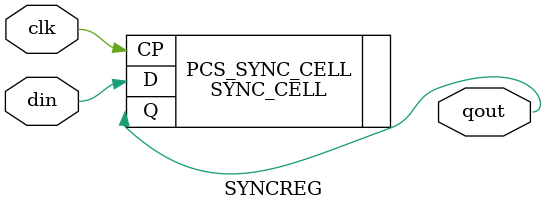
<source format=v>
module SYNCREG (qout, clk, din);
//non-resettable variable width register 
//only one Q output

output qout;
input clk;
input din; 

SYNC_CELL PCS_SYNC_CELL(.D(din),.CP(clk),.Q(qout));

endmodule

</source>
